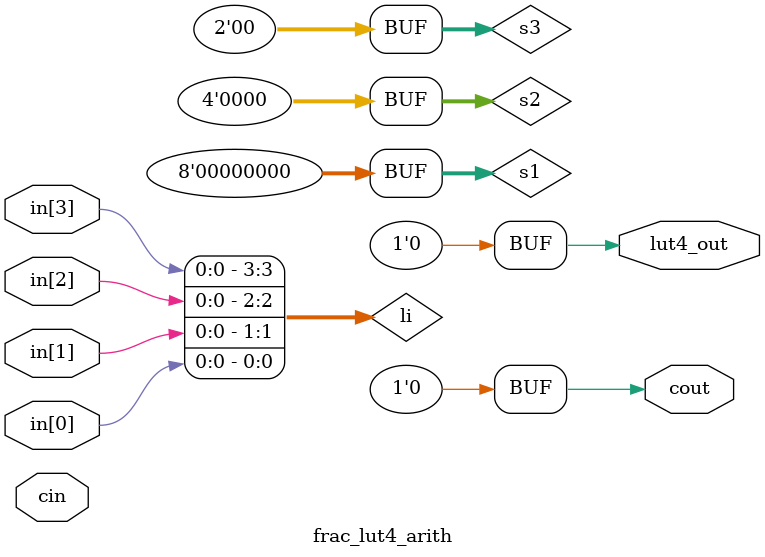
<source format=v>
module frac_lut4_arith (\in[3] ,\in[2] ,\in[1] ,\in[0] ,cin, lut4_out, cout);
    parameter [15:0] LUT  = 16'd0;
    parameter [0: 0] MODE = 0;
    input  [0:0] \in[3] ;
    input  [0:0] \in[2] ;
    input  [0:0] \in[1] ;
    input  [0:0] \in[0] ;
    input  [0:0] cin;
    output [0:0] lut4_out;
    output [0:0] cout;
    // Mode bits of frac_lut4_arith are responsible for the LI2 mux which
    // selects between the LI2 and CIN inputs.
    wire [3:0] li = (MODE == 1'b1) ?
        {\in[3] ,cin,    \in[1] ,\in[0] } :
        {\in[3] ,\in[2] ,\in[1] ,\in[0] };
    // Output function
    wire [7:0] s1 = li[0] ?
        {LUT[14], LUT[12], LUT[10], LUT[8], LUT[6], LUT[4], LUT[2], LUT[0]} :
        {LUT[15], LUT[13], LUT[11], LUT[9], LUT[7], LUT[5], LUT[3], LUT[1]};
    wire [3:0] s2 = li[1] ?
        {s1[6], s1[4], s1[2], s1[0]} :
        {s1[7], s1[5], s1[3], s1[1]};
    wire [1:0] s3 = li[2] ?
        {s2[2], s2[0]} :
        {s2[3], s2[1]};
    assign lut4_out = li[3] ? s3[0] : s3[1];
    // Carry out function
    assign cout = s2[2] ? cin : s2[3];
    // Timing paths. The values are dummy and are intended to be replaced by
    // ones from a SDF file during simulation.
    specify
        (\in[0] => lut4_out) = 0;
        (\in[1] => lut4_out) = 0;
        (\in[2] => lut4_out) = 0;
        (\in[3] => lut4_out) = 0;
        (cin => lut4_out) = 0;
        (\in[0] => cout) = 0;
        (\in[1] => cout) = 0;
        (\in[2] => cout) = 0;
        (\in[3] => cout) = 0;
        (cin => cout) = 0;
    endspecify
endmodule
</source>
